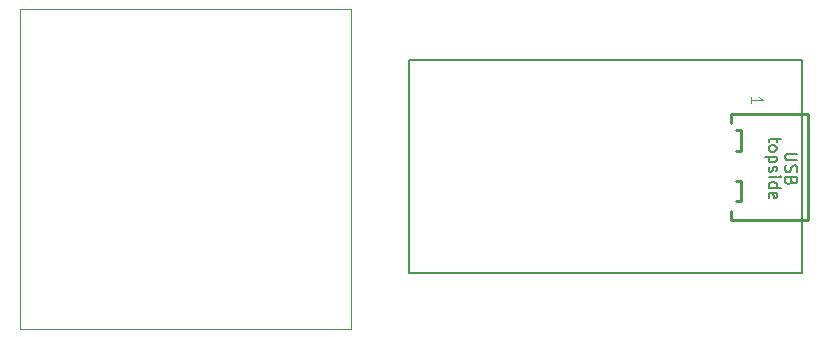
<source format=gbr>
%TF.GenerationSoftware,KiCad,Pcbnew,9.0.0*%
%TF.CreationDate,2025-05-17T10:00:07-07:00*%
%TF.ProjectId,nnv2-toupee,6e6e7632-2d74-46f7-9570-65652e6b6963,rev?*%
%TF.SameCoordinates,Original*%
%TF.FileFunction,Legend,Top*%
%TF.FilePolarity,Positive*%
%FSLAX46Y46*%
G04 Gerber Fmt 4.6, Leading zero omitted, Abs format (unit mm)*
G04 Created by KiCad (PCBNEW 9.0.0) date 2025-05-17 10:00:07*
%MOMM*%
%LPD*%
G01*
G04 APERTURE LIST*
%ADD10C,0.150000*%
%ADD11C,0.100000*%
%ADD12C,0.050000*%
%ADD13C,0.254000*%
%ADD14C,0.200000*%
G04 APERTURE END LIST*
D10*
X207855238Y-83943403D02*
X207855238Y-84324355D01*
X208188571Y-84086260D02*
X207331429Y-84086260D01*
X207331429Y-84086260D02*
X207236191Y-84133879D01*
X207236191Y-84133879D02*
X207188571Y-84229117D01*
X207188571Y-84229117D02*
X207188571Y-84324355D01*
X207188571Y-84800546D02*
X207236191Y-84705308D01*
X207236191Y-84705308D02*
X207283810Y-84657689D01*
X207283810Y-84657689D02*
X207379048Y-84610070D01*
X207379048Y-84610070D02*
X207664762Y-84610070D01*
X207664762Y-84610070D02*
X207760000Y-84657689D01*
X207760000Y-84657689D02*
X207807619Y-84705308D01*
X207807619Y-84705308D02*
X207855238Y-84800546D01*
X207855238Y-84800546D02*
X207855238Y-84943403D01*
X207855238Y-84943403D02*
X207807619Y-85038641D01*
X207807619Y-85038641D02*
X207760000Y-85086260D01*
X207760000Y-85086260D02*
X207664762Y-85133879D01*
X207664762Y-85133879D02*
X207379048Y-85133879D01*
X207379048Y-85133879D02*
X207283810Y-85086260D01*
X207283810Y-85086260D02*
X207236191Y-85038641D01*
X207236191Y-85038641D02*
X207188571Y-84943403D01*
X207188571Y-84943403D02*
X207188571Y-84800546D01*
X207855238Y-85562451D02*
X206855238Y-85562451D01*
X207807619Y-85562451D02*
X207855238Y-85657689D01*
X207855238Y-85657689D02*
X207855238Y-85848165D01*
X207855238Y-85848165D02*
X207807619Y-85943403D01*
X207807619Y-85943403D02*
X207760000Y-85991022D01*
X207760000Y-85991022D02*
X207664762Y-86038641D01*
X207664762Y-86038641D02*
X207379048Y-86038641D01*
X207379048Y-86038641D02*
X207283810Y-85991022D01*
X207283810Y-85991022D02*
X207236191Y-85943403D01*
X207236191Y-85943403D02*
X207188571Y-85848165D01*
X207188571Y-85848165D02*
X207188571Y-85657689D01*
X207188571Y-85657689D02*
X207236191Y-85562451D01*
X207236191Y-86419594D02*
X207188571Y-86514832D01*
X207188571Y-86514832D02*
X207188571Y-86705308D01*
X207188571Y-86705308D02*
X207236191Y-86800546D01*
X207236191Y-86800546D02*
X207331429Y-86848165D01*
X207331429Y-86848165D02*
X207379048Y-86848165D01*
X207379048Y-86848165D02*
X207474286Y-86800546D01*
X207474286Y-86800546D02*
X207521905Y-86705308D01*
X207521905Y-86705308D02*
X207521905Y-86562451D01*
X207521905Y-86562451D02*
X207569524Y-86467213D01*
X207569524Y-86467213D02*
X207664762Y-86419594D01*
X207664762Y-86419594D02*
X207712381Y-86419594D01*
X207712381Y-86419594D02*
X207807619Y-86467213D01*
X207807619Y-86467213D02*
X207855238Y-86562451D01*
X207855238Y-86562451D02*
X207855238Y-86705308D01*
X207855238Y-86705308D02*
X207807619Y-86800546D01*
X207188571Y-87276737D02*
X207855238Y-87276737D01*
X208188571Y-87276737D02*
X208140952Y-87229118D01*
X208140952Y-87229118D02*
X208093333Y-87276737D01*
X208093333Y-87276737D02*
X208140952Y-87324356D01*
X208140952Y-87324356D02*
X208188571Y-87276737D01*
X208188571Y-87276737D02*
X208093333Y-87276737D01*
X207188571Y-88181498D02*
X208188571Y-88181498D01*
X207236191Y-88181498D02*
X207188571Y-88086260D01*
X207188571Y-88086260D02*
X207188571Y-87895784D01*
X207188571Y-87895784D02*
X207236191Y-87800546D01*
X207236191Y-87800546D02*
X207283810Y-87752927D01*
X207283810Y-87752927D02*
X207379048Y-87705308D01*
X207379048Y-87705308D02*
X207664762Y-87705308D01*
X207664762Y-87705308D02*
X207760000Y-87752927D01*
X207760000Y-87752927D02*
X207807619Y-87800546D01*
X207807619Y-87800546D02*
X207855238Y-87895784D01*
X207855238Y-87895784D02*
X207855238Y-88086260D01*
X207855238Y-88086260D02*
X207807619Y-88181498D01*
X207236191Y-89038641D02*
X207188571Y-88943403D01*
X207188571Y-88943403D02*
X207188571Y-88752927D01*
X207188571Y-88752927D02*
X207236191Y-88657689D01*
X207236191Y-88657689D02*
X207331429Y-88610070D01*
X207331429Y-88610070D02*
X207712381Y-88610070D01*
X207712381Y-88610070D02*
X207807619Y-88657689D01*
X207807619Y-88657689D02*
X207855238Y-88752927D01*
X207855238Y-88752927D02*
X207855238Y-88943403D01*
X207855238Y-88943403D02*
X207807619Y-89038641D01*
X207807619Y-89038641D02*
X207712381Y-89086260D01*
X207712381Y-89086260D02*
X207617143Y-89086260D01*
X207617143Y-89086260D02*
X207521905Y-88610070D01*
X209588571Y-85300546D02*
X208779048Y-85300546D01*
X208779048Y-85300546D02*
X208683810Y-85348165D01*
X208683810Y-85348165D02*
X208636191Y-85395784D01*
X208636191Y-85395784D02*
X208588571Y-85491022D01*
X208588571Y-85491022D02*
X208588571Y-85681498D01*
X208588571Y-85681498D02*
X208636191Y-85776736D01*
X208636191Y-85776736D02*
X208683810Y-85824355D01*
X208683810Y-85824355D02*
X208779048Y-85871974D01*
X208779048Y-85871974D02*
X209588571Y-85871974D01*
X208636191Y-86300546D02*
X208588571Y-86443403D01*
X208588571Y-86443403D02*
X208588571Y-86681498D01*
X208588571Y-86681498D02*
X208636191Y-86776736D01*
X208636191Y-86776736D02*
X208683810Y-86824355D01*
X208683810Y-86824355D02*
X208779048Y-86871974D01*
X208779048Y-86871974D02*
X208874286Y-86871974D01*
X208874286Y-86871974D02*
X208969524Y-86824355D01*
X208969524Y-86824355D02*
X209017143Y-86776736D01*
X209017143Y-86776736D02*
X209064762Y-86681498D01*
X209064762Y-86681498D02*
X209112381Y-86491022D01*
X209112381Y-86491022D02*
X209160000Y-86395784D01*
X209160000Y-86395784D02*
X209207619Y-86348165D01*
X209207619Y-86348165D02*
X209302857Y-86300546D01*
X209302857Y-86300546D02*
X209398095Y-86300546D01*
X209398095Y-86300546D02*
X209493333Y-86348165D01*
X209493333Y-86348165D02*
X209540952Y-86395784D01*
X209540952Y-86395784D02*
X209588571Y-86491022D01*
X209588571Y-86491022D02*
X209588571Y-86729117D01*
X209588571Y-86729117D02*
X209540952Y-86871974D01*
X209112381Y-87633879D02*
X209064762Y-87776736D01*
X209064762Y-87776736D02*
X209017143Y-87824355D01*
X209017143Y-87824355D02*
X208921905Y-87871974D01*
X208921905Y-87871974D02*
X208779048Y-87871974D01*
X208779048Y-87871974D02*
X208683810Y-87824355D01*
X208683810Y-87824355D02*
X208636191Y-87776736D01*
X208636191Y-87776736D02*
X208588571Y-87681498D01*
X208588571Y-87681498D02*
X208588571Y-87300546D01*
X208588571Y-87300546D02*
X209588571Y-87300546D01*
X209588571Y-87300546D02*
X209588571Y-87633879D01*
X209588571Y-87633879D02*
X209540952Y-87729117D01*
X209540952Y-87729117D02*
X209493333Y-87776736D01*
X209493333Y-87776736D02*
X209398095Y-87824355D01*
X209398095Y-87824355D02*
X209302857Y-87824355D01*
X209302857Y-87824355D02*
X209207619Y-87776736D01*
X209207619Y-87776736D02*
X209160000Y-87729117D01*
X209160000Y-87729117D02*
X209112381Y-87633879D01*
X209112381Y-87633879D02*
X209112381Y-87300546D01*
D11*
X205670562Y-81044483D02*
X205670562Y-80473055D01*
X205670562Y-80758769D02*
X206670562Y-80758769D01*
X206670562Y-80758769D02*
X206527705Y-80663531D01*
X206527705Y-80663531D02*
X206432467Y-80568293D01*
X206432467Y-80568293D02*
X206384848Y-80473055D01*
%TO.C,J3*%
D12*
X143800000Y-100125000D02*
X171800000Y-100125000D01*
X171800000Y-73025000D01*
X143800000Y-73025000D01*
X143800000Y-100125000D01*
D13*
%TO.C,U1*%
X204002450Y-81925531D02*
X204002450Y-82634471D01*
X204002450Y-81925531D02*
X204002450Y-82634471D01*
X204002450Y-82634471D02*
X204002450Y-82688931D01*
X204002450Y-82634471D02*
X204002450Y-82688931D01*
X204002450Y-90171181D02*
X204002450Y-90929981D01*
X204002450Y-90171181D02*
X204002450Y-90929981D01*
X204855310Y-83345571D02*
X204413580Y-83345571D01*
X204855310Y-83345571D02*
X204413580Y-83345571D01*
X204855310Y-83345571D02*
X204855310Y-85095581D01*
X204855310Y-83345571D02*
X204855310Y-85095581D01*
X204855310Y-85095581D02*
X204413580Y-85095581D01*
X204855310Y-85095581D02*
X204413580Y-85095581D01*
X204857440Y-87592471D02*
X204413580Y-87592471D01*
X204857440Y-87592471D02*
X204413580Y-87592471D01*
X204857440Y-87592471D02*
X204857440Y-89342481D01*
X204857440Y-87592471D02*
X204857440Y-89342481D01*
X204857440Y-89342481D02*
X204415100Y-89342481D01*
X204857440Y-89342481D02*
X204415100Y-89342481D01*
X210502440Y-81930001D02*
X204002450Y-81930001D01*
X210502440Y-81930001D02*
X204002450Y-81930001D01*
X210502440Y-81930001D02*
X210502440Y-81979991D01*
X210502440Y-81930001D02*
X210502440Y-81979991D01*
X210502440Y-81979991D02*
X210502440Y-90929981D01*
X210502440Y-90929981D02*
X204002450Y-90929981D01*
D14*
X210038391Y-95452451D02*
X176700010Y-95452451D01*
X176700010Y-77407550D01*
X210038391Y-77407550D01*
X210038391Y-95452451D01*
%TD*%
M02*

</source>
